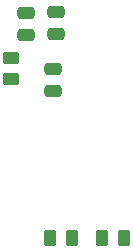
<source format=gbr>
%TF.GenerationSoftware,KiCad,Pcbnew,(6.0.2)*%
%TF.CreationDate,2022-03-09T23:50:44-05:00*%
%TF.ProjectId,car (1),63617220-2831-4292-9e6b-696361645f70,rev?*%
%TF.SameCoordinates,Original*%
%TF.FileFunction,Paste,Bot*%
%TF.FilePolarity,Positive*%
%FSLAX46Y46*%
G04 Gerber Fmt 4.6, Leading zero omitted, Abs format (unit mm)*
G04 Created by KiCad (PCBNEW (6.0.2)) date 2022-03-09 23:50:44*
%MOMM*%
%LPD*%
G01*
G04 APERTURE LIST*
G04 Aperture macros list*
%AMRoundRect*
0 Rectangle with rounded corners*
0 $1 Rounding radius*
0 $2 $3 $4 $5 $6 $7 $8 $9 X,Y pos of 4 corners*
0 Add a 4 corners polygon primitive as box body*
4,1,4,$2,$3,$4,$5,$6,$7,$8,$9,$2,$3,0*
0 Add four circle primitives for the rounded corners*
1,1,$1+$1,$2,$3*
1,1,$1+$1,$4,$5*
1,1,$1+$1,$6,$7*
1,1,$1+$1,$8,$9*
0 Add four rect primitives between the rounded corners*
20,1,$1+$1,$2,$3,$4,$5,0*
20,1,$1+$1,$4,$5,$6,$7,0*
20,1,$1+$1,$6,$7,$8,$9,0*
20,1,$1+$1,$8,$9,$2,$3,0*%
G04 Aperture macros list end*
%ADD10RoundRect,0.250000X0.262500X0.450000X-0.262500X0.450000X-0.262500X-0.450000X0.262500X-0.450000X0*%
%ADD11RoundRect,0.250000X0.475000X-0.250000X0.475000X0.250000X-0.475000X0.250000X-0.475000X-0.250000X0*%
%ADD12RoundRect,0.250000X0.450000X-0.262500X0.450000X0.262500X-0.450000X0.262500X-0.450000X-0.262500X0*%
G04 APERTURE END LIST*
D10*
%TO.C,R11*%
X74674100Y-73761600D03*
X72849100Y-73761600D03*
%TD*%
D11*
%TO.C,C2*%
X68935600Y-56525200D03*
X68935600Y-54625200D03*
%TD*%
D12*
%TO.C,R9*%
X65176400Y-60346600D03*
X65176400Y-58521600D03*
%TD*%
D11*
%TO.C,C1*%
X66395600Y-56626800D03*
X66395600Y-54726800D03*
%TD*%
%TO.C,C6*%
X68732400Y-61351200D03*
X68732400Y-59451200D03*
%TD*%
D10*
%TO.C,R12*%
X70264100Y-73761600D03*
X68439100Y-73761600D03*
%TD*%
M02*

</source>
